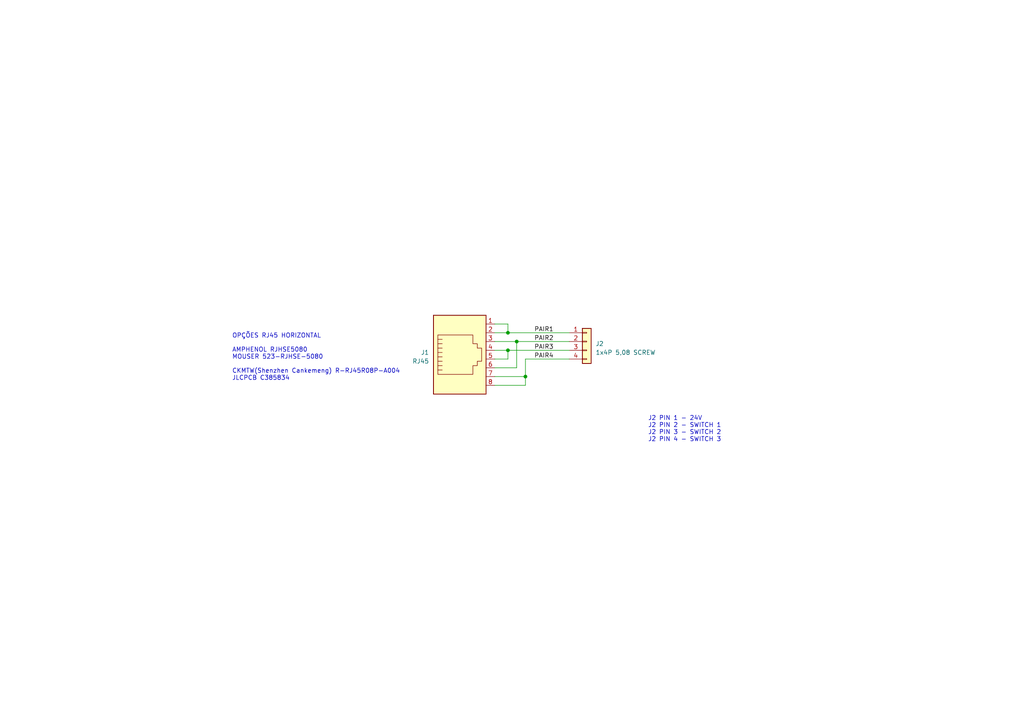
<source format=kicad_sch>
(kicad_sch (version 20250114) (generator "eeschema") (generator_version "9.0")
  (paper "A4")
  (title_block (title "1 Channel RJ45 Breakout Board") (date "2022-04-01") (rev "V1"))
  (lib_symbols
    (symbol "Connector:RJ45" (pin_names (offset 1.016))
      (property "Reference" "J" (at -5.08 13.97 0))
      (property "Value" "RJ45" (at 2.54 13.97 0))
      (symbol "RJ45_0_1"
        (polyline (pts (xy -6.35 1.905) (xy -5.08 1.905) (xy -5.08 1.905)))
        (polyline (pts (xy -6.35 0.635) (xy -5.08 0.635) (xy -5.08 0.635)))
        (polyline (pts (xy -6.35 -0.635) (xy -5.08 -0.635) (xy -5.08 -0.635)))
        (polyline (pts (xy -6.35 -1.905) (xy -5.08 -1.905) (xy -5.08 -1.905)))
        (polyline (pts (xy -6.35 -3.175) (xy -5.08 -3.175) (xy -5.08 -3.175)))
        (polyline (pts (xy -6.35 -4.445) (xy -6.35 6.985) (xy 3.81 6.985) (xy 3.81 4.445) (xy 5.08 4.445) (xy 5.08 3.175) (xy 6.35 3.175) (xy 6.35 -0.635) (xy 5.08 -0.635) (xy 5.08 -1.905) (xy 3.81 -1.905) (xy 3.81 -4.445) (xy -6.35 -4.445) (xy -6.35 -4.445)))
        (polyline (pts (xy -5.08 5.715) (xy -6.35 5.715)))
        (polyline (pts (xy -5.08 4.445) (xy -6.35 4.445)))
        (polyline (pts (xy -5.08 3.175) (xy -6.35 3.175) (xy -6.35 3.175)))
        (rectangle (start 7.62 12.7) (end -7.62 -10.16) (stroke (width 0.254)) (fill (type background)))
      )
      (symbol "RJ45_1_1"
        (pin passive line (at 10.16 10.16 180) (length 2.54) (name "~") (number "8"))
        (pin passive line (at 10.16 7.62 180) (length 2.54) (name "~") (number "7"))
        (pin passive line (at 10.16 5.08 180) (length 2.54) (name "~") (number "6"))
        (pin passive line (at 10.16 2.54 180) (length 2.54) (name "~") (number "5"))
        (pin passive line (at 10.16 0 180) (length 2.54) (name "~") (number "4"))
        (pin passive line (at 10.16 -2.54 180) (length 2.54) (name "~") (number "3"))
        (pin passive line (at 10.16 -5.08 180) (length 2.54) (name "~") (number "2"))
        (pin passive line (at 10.16 -7.62 180) (length 2.54) (name "~") (number "1"))
      )
    )
    (symbol "Connector_Generic:Conn_01x04" (pin_names (offset 1.016) (hide yes))
      (property "Reference" "J" (at 0 5.08 0))
      (property "Value" "Conn_01x04" (at 0 -7.62 0))
      (symbol "Conn_01x04_1_1"
        (rectangle (start -1.27 3.81) (end 1.27 -6.35) (stroke (width 0.254)) (fill (type background)))
        (rectangle (start -1.27 2.667) (end 0 2.413) (stroke (width 0.1524)))
        (rectangle (start -1.27 0.127) (end 0 -0.127) (stroke (width 0.1524)))
        (rectangle (start -1.27 -2.413) (end 0 -2.667) (stroke (width 0.1524)))
        (rectangle (start -1.27 -4.953) (end 0 -5.207) (stroke (width 0.1524)))
        (pin passive line (at -5.08 2.54 0) (length 3.81) (name "Pin_1") (number "1"))
        (pin passive line (at -5.08 0 0) (length 3.81) (name "Pin_2") (number "2"))
        (pin passive line (at -5.08 -2.54 0) (length 3.81) (name "Pin_3") (number "3"))
        (pin passive line (at -5.08 -5.08 0) (length 3.81) (name "Pin_4") (number "4"))
      )
    )
  )
  (text "OPÇÕES RJ45 HORIZONTAL\n\nAMPHENOL RJHSE5080\nMOUSER 523-RJHSE-5080\n\nCKMTW(Shenzhen Cankemeng) R-RJ45R08P-A004\nJLCPCB C385834\n" (at 67.31 110.49 0) (effects (font (size 1.27 1.27)) (justify left bottom)))
  (text "J2 PIN 1 - 24V\nJ2 PIN 2 - SWITCH 1\nJ2 PIN 3 - SWITCH 2\nJ2 PIN 4 - SWITCH 3" (at 187.96 128.27 0) (effects (font (size 1.27 1.27)) (justify left bottom)))
  (junction (at 147.32 96.52))
  (junction (at 149.86 99.06))
  (junction (at 152.4 109.22))
  (junction (at 147.32 101.6))
  (wire (pts (xy 147.32 96.52) (xy 147.32 93.98)))
  (wire (pts (xy 149.86 99.06) (xy 165.1 99.06)))
  (wire (pts (xy 143.51 104.14) (xy 147.32 104.14)))
  (wire (pts (xy 152.4 104.14) (xy 165.1 104.14)))
  (wire (pts (xy 147.32 93.98) (xy 143.51 93.98)))
  (wire (pts (xy 152.4 111.76) (xy 152.4 109.22)))
  (wire (pts (xy 143.51 96.52) (xy 147.32 96.52)))
  (wire (pts (xy 147.32 101.6) (xy 143.51 101.6)))
  (wire (pts (xy 147.32 101.6) (xy 165.1 101.6)))
  (wire (pts (xy 149.86 99.06) (xy 143.51 99.06)))
  (wire (pts (xy 149.86 106.68) (xy 149.86 99.06)))
  (wire (pts (xy 147.32 96.52) (xy 165.1 96.52)))
  (wire (pts (xy 143.51 106.68) (xy 149.86 106.68)))
  (wire (pts (xy 152.4 109.22) (xy 152.4 104.14)))
  (wire (pts (xy 143.51 111.76) (xy 152.4 111.76)))
  (wire (pts (xy 147.32 104.14) (xy 147.32 101.6)))
  (wire (pts (xy 143.51 109.22) (xy 152.4 109.22)))
  (label "PAIR4" (at 154.94 104.14 0))
  (label "PAIR1" (at 154.94 96.52 0))
  (label "PAIR2" (at 154.94 99.06 0))
  (label "PAIR3" (at 154.94 101.6 0))
  (symbol (lib_id "Connector:RJ45") (at 133.35 101.6 0) (mirror x) (unit 1)
    (property "Reference" "J1" (at 124.46 102.235 0) (effects (justify right)))
    (property "Value" "RJ45" (at 124.46 104.775 0) (effects (justify right)))
    (property "Footprint" "Tales:RJ45_CKMTW_R-RJ45R08P-A004" (effects (hide yes)))
    (property "Mfr" "Ckmtw(Shenzhen Cankemeng)" (effects (hide yes)))
    (property "Mfr PN" "R-RJ45R08P-A004" (effects (hide yes)))
    (property "Vendor" "JLCPCB" (effects (hide yes)))
    (property "Vendor PN" "C385834" (effects (hide yes)))
    (property "JLCPCB BOM" "1" (effects (hide yes)))
    (property "LCSC Part" "C385834" (effects (hide yes)))
  )
  (symbol (lib_id "Connector_Generic:Conn_01x04") (at 170.18 99.06 0) (unit 1)
    (property "Reference" "J2" (at 172.72 99.695 0) (effects (justify left)))
    (property "Value" "1x4P 5,08 SCREW" (at 172.72 102.235 0) (effects (justify left)))
    (property "Footprint" "Tales:TerminalBlock_Dibo_DB128L-5.08-4P_1x04_P5.08mm_Horizontal" (effects (hide yes)))
    (property "JLCPCB BOM" "1" (effects (hide yes)))
    (property "LCSC Part" "C2915641" (effects (hide yes)))
    (property "Mfr" "DIBO" (effects (hide yes)))
    (property "Mfr PN" "DB128V-5.08-4P-GN-S" (effects (hide yes)))
    (property "Vendor" "JLCPCB" (effects (hide yes)))
    (property "Vendor PN" "C2915641" (effects (hide yes)))
  )
)
</source>
